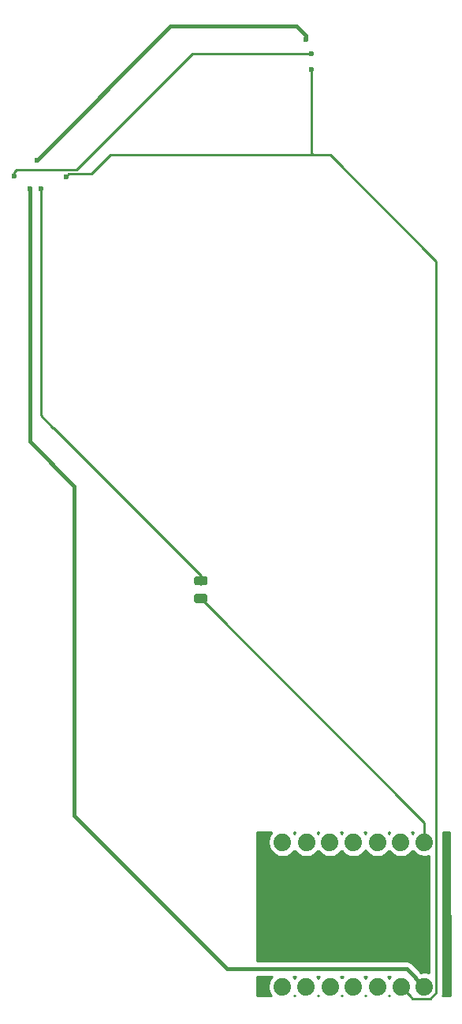
<source format=gbr>
G04 #@! TF.GenerationSoftware,KiCad,Pcbnew,(5.1.2)-1*
G04 #@! TF.CreationDate,2022-09-26T01:02:19+09:00*
G04 #@! TF.ProjectId,gopher_jump_xiao,676f7068-6572-45f6-9a75-6d705f786961,rev?*
G04 #@! TF.SameCoordinates,Original*
G04 #@! TF.FileFunction,Copper,L2,Bot*
G04 #@! TF.FilePolarity,Positive*
%FSLAX46Y46*%
G04 Gerber Fmt 4.6, Leading zero omitted, Abs format (unit mm)*
G04 Created by KiCad (PCBNEW (5.1.2)-1) date 2022-09-26 01:02:19*
%MOMM*%
%LPD*%
G04 APERTURE LIST*
%ADD10C,1.879600*%
%ADD11C,0.100000*%
%ADD12C,0.975000*%
%ADD13C,0.600000*%
%ADD14C,0.400000*%
%ADD15C,0.250000*%
%ADD16C,0.254000*%
G04 APERTURE END LIST*
D10*
X122183960Y-150713420D03*
X119653960Y-150713420D03*
X117113960Y-150713420D03*
X114563960Y-150703420D03*
X112033960Y-150703420D03*
X109483960Y-150713420D03*
X106943960Y-150713420D03*
X106943960Y-135213420D03*
X109493960Y-135213420D03*
X112023960Y-135213420D03*
X114553960Y-135213420D03*
X117113960Y-135213420D03*
X119643960Y-135213420D03*
X122183960Y-135203420D03*
D11*
G36*
X98640982Y-106706514D02*
G01*
X98664643Y-106710024D01*
X98687847Y-106715836D01*
X98710369Y-106723894D01*
X98731993Y-106734122D01*
X98752510Y-106746419D01*
X98771723Y-106760669D01*
X98789447Y-106776733D01*
X98805511Y-106794457D01*
X98819761Y-106813670D01*
X98832058Y-106834187D01*
X98842286Y-106855811D01*
X98850344Y-106878333D01*
X98856156Y-106901537D01*
X98859666Y-106925198D01*
X98860840Y-106949090D01*
X98860840Y-107436590D01*
X98859666Y-107460482D01*
X98856156Y-107484143D01*
X98850344Y-107507347D01*
X98842286Y-107529869D01*
X98832058Y-107551493D01*
X98819761Y-107572010D01*
X98805511Y-107591223D01*
X98789447Y-107608947D01*
X98771723Y-107625011D01*
X98752510Y-107639261D01*
X98731993Y-107651558D01*
X98710369Y-107661786D01*
X98687847Y-107669844D01*
X98664643Y-107675656D01*
X98640982Y-107679166D01*
X98617090Y-107680340D01*
X97704590Y-107680340D01*
X97680698Y-107679166D01*
X97657037Y-107675656D01*
X97633833Y-107669844D01*
X97611311Y-107661786D01*
X97589687Y-107651558D01*
X97569170Y-107639261D01*
X97549957Y-107625011D01*
X97532233Y-107608947D01*
X97516169Y-107591223D01*
X97501919Y-107572010D01*
X97489622Y-107551493D01*
X97479394Y-107529869D01*
X97471336Y-107507347D01*
X97465524Y-107484143D01*
X97462014Y-107460482D01*
X97460840Y-107436590D01*
X97460840Y-106949090D01*
X97462014Y-106925198D01*
X97465524Y-106901537D01*
X97471336Y-106878333D01*
X97479394Y-106855811D01*
X97489622Y-106834187D01*
X97501919Y-106813670D01*
X97516169Y-106794457D01*
X97532233Y-106776733D01*
X97549957Y-106760669D01*
X97569170Y-106746419D01*
X97589687Y-106734122D01*
X97611311Y-106723894D01*
X97633833Y-106715836D01*
X97657037Y-106710024D01*
X97680698Y-106706514D01*
X97704590Y-106705340D01*
X98617090Y-106705340D01*
X98640982Y-106706514D01*
X98640982Y-106706514D01*
G37*
D12*
X98160840Y-107192840D03*
D11*
G36*
X98640982Y-108581514D02*
G01*
X98664643Y-108585024D01*
X98687847Y-108590836D01*
X98710369Y-108598894D01*
X98731993Y-108609122D01*
X98752510Y-108621419D01*
X98771723Y-108635669D01*
X98789447Y-108651733D01*
X98805511Y-108669457D01*
X98819761Y-108688670D01*
X98832058Y-108709187D01*
X98842286Y-108730811D01*
X98850344Y-108753333D01*
X98856156Y-108776537D01*
X98859666Y-108800198D01*
X98860840Y-108824090D01*
X98860840Y-109311590D01*
X98859666Y-109335482D01*
X98856156Y-109359143D01*
X98850344Y-109382347D01*
X98842286Y-109404869D01*
X98832058Y-109426493D01*
X98819761Y-109447010D01*
X98805511Y-109466223D01*
X98789447Y-109483947D01*
X98771723Y-109500011D01*
X98752510Y-109514261D01*
X98731993Y-109526558D01*
X98710369Y-109536786D01*
X98687847Y-109544844D01*
X98664643Y-109550656D01*
X98640982Y-109554166D01*
X98617090Y-109555340D01*
X97704590Y-109555340D01*
X97680698Y-109554166D01*
X97657037Y-109550656D01*
X97633833Y-109544844D01*
X97611311Y-109536786D01*
X97589687Y-109526558D01*
X97569170Y-109514261D01*
X97549957Y-109500011D01*
X97532233Y-109483947D01*
X97516169Y-109466223D01*
X97501919Y-109447010D01*
X97489622Y-109426493D01*
X97479394Y-109404869D01*
X97471336Y-109382347D01*
X97465524Y-109359143D01*
X97462014Y-109335482D01*
X97460840Y-109311590D01*
X97460840Y-108824090D01*
X97462014Y-108800198D01*
X97465524Y-108776537D01*
X97471336Y-108753333D01*
X97479394Y-108730811D01*
X97489622Y-108709187D01*
X97501919Y-108688670D01*
X97516169Y-108669457D01*
X97532233Y-108651733D01*
X97549957Y-108635669D01*
X97569170Y-108621419D01*
X97589687Y-108609122D01*
X97611311Y-108598894D01*
X97633833Y-108590836D01*
X97657037Y-108585024D01*
X97680698Y-108581514D01*
X97704590Y-108580340D01*
X98617090Y-108580340D01*
X98640982Y-108581514D01*
X98640982Y-108581514D01*
G37*
D12*
X98160840Y-109067840D03*
D13*
X79776320Y-65153540D03*
X80543400Y-62077600D03*
X109466380Y-49110900D03*
X110009940Y-52318920D03*
X83700000Y-63870000D03*
X78080000Y-63750000D03*
X110020000Y-50650000D03*
X81010000Y-65180000D03*
D14*
X122183960Y-150713420D02*
X120243420Y-148772880D01*
X120243420Y-148772880D02*
X101000560Y-148772880D01*
X101000560Y-148772880D02*
X90914220Y-138686540D01*
X84589620Y-132361940D02*
X90914220Y-138686540D01*
X84589620Y-97073720D02*
X84589620Y-132361940D01*
X79776320Y-65153540D02*
X79776320Y-92260420D01*
X79776320Y-92260420D02*
X84589620Y-97073720D01*
X80543400Y-62077600D02*
X94904560Y-47716440D01*
X94904560Y-47716440D02*
X108430060Y-47716440D01*
X108430060Y-47716440D02*
X109466380Y-48752760D01*
X109466380Y-48752760D02*
X109466380Y-49110900D01*
D15*
X120593759Y-151653219D02*
X119653960Y-150713420D01*
X120918761Y-151978221D02*
X120593759Y-151653219D01*
X122791065Y-151978221D02*
X120918761Y-151978221D01*
X123448761Y-151320525D02*
X122791065Y-151978221D01*
X123448761Y-72902761D02*
X123448761Y-151320525D01*
X112069880Y-61523880D02*
X123448761Y-72902761D01*
X110009940Y-61320680D02*
X110213140Y-61523880D01*
X110009940Y-52318920D02*
X110009940Y-61320680D01*
X88455500Y-61523880D02*
X110213140Y-61523880D01*
X110213140Y-61523880D02*
X112069880Y-61523880D01*
X86409379Y-63570001D02*
X88455500Y-61523880D01*
X83999999Y-63570001D02*
X86409379Y-63570001D01*
X83700000Y-63870000D02*
X83999999Y-63570001D01*
X78080000Y-63325736D02*
X78335736Y-63070000D01*
X78080000Y-63750000D02*
X78080000Y-63325736D01*
X78335736Y-63070000D02*
X83960000Y-63070000D01*
X83960000Y-63070000D02*
X84810000Y-63070000D01*
X84810000Y-63070000D02*
X97230000Y-50650000D01*
X97230000Y-50650000D02*
X110020000Y-50650000D01*
X98160840Y-106605340D02*
X82326480Y-90770980D01*
X98160840Y-107192840D02*
X98160840Y-106605340D01*
X82326480Y-90770980D02*
X82310980Y-90770980D01*
X82310980Y-90770980D02*
X81010000Y-89470000D01*
X81010000Y-89470000D02*
X81010000Y-65180000D01*
X122183960Y-133090960D02*
X98160840Y-109067840D01*
X122183960Y-135203420D02*
X122183960Y-133090960D01*
D16*
G36*
X105720733Y-149709543D02*
G01*
X105548390Y-149967472D01*
X105429678Y-150254068D01*
X105369160Y-150558316D01*
X105369160Y-150868524D01*
X105429678Y-151172772D01*
X105548390Y-151459368D01*
X105711875Y-151704040D01*
X104203458Y-151704040D01*
X104202769Y-149607880D01*
X105822396Y-149607880D01*
X105720733Y-149709543D01*
X105720733Y-149709543D01*
G37*
X105720733Y-149709543D02*
X105548390Y-149967472D01*
X105429678Y-150254068D01*
X105369160Y-150558316D01*
X105369160Y-150868524D01*
X105429678Y-151172772D01*
X105548390Y-151459368D01*
X105711875Y-151704040D01*
X104203458Y-151704040D01*
X104202769Y-149607880D01*
X105822396Y-149607880D01*
X105720733Y-149709543D01*
G36*
X118421875Y-151704040D02*
G01*
X118346045Y-151704040D01*
X118383960Y-151647296D01*
X118421875Y-151704040D01*
X118421875Y-151704040D01*
G37*
X118421875Y-151704040D02*
X118346045Y-151704040D01*
X118383960Y-151647296D01*
X118421875Y-151704040D01*
G36*
X108251875Y-151704040D02*
G01*
X108176045Y-151704040D01*
X108213960Y-151647296D01*
X108251875Y-151704040D01*
X108251875Y-151704040D01*
G37*
X108251875Y-151704040D02*
X108176045Y-151704040D01*
X108213960Y-151647296D01*
X108251875Y-151704040D01*
G36*
X113338557Y-151704040D02*
G01*
X113259363Y-151704040D01*
X113298960Y-151644779D01*
X113338557Y-151704040D01*
X113338557Y-151704040D01*
G37*
X113338557Y-151704040D02*
X113259363Y-151704040D01*
X113298960Y-151644779D01*
X113338557Y-151704040D01*
G36*
X115881875Y-151704040D02*
G01*
X115789363Y-151704040D01*
X115835619Y-151634813D01*
X115881875Y-151704040D01*
X115881875Y-151704040D01*
G37*
X115881875Y-151704040D02*
X115789363Y-151704040D01*
X115835619Y-151634813D01*
X115881875Y-151704040D01*
G36*
X124934544Y-151704040D02*
G01*
X124105523Y-151704040D01*
X124154307Y-151612772D01*
X124197764Y-151469511D01*
X124208761Y-151357858D01*
X124212438Y-151320525D01*
X124208761Y-151283192D01*
X124208761Y-134173248D01*
X124874455Y-134173006D01*
X124934544Y-151704040D01*
X124934544Y-151704040D01*
G37*
X124934544Y-151704040D02*
X124105523Y-151704040D01*
X124154307Y-151612772D01*
X124197764Y-151469511D01*
X124208761Y-151357858D01*
X124212438Y-151320525D01*
X124208761Y-151283192D01*
X124208761Y-134173248D01*
X124874455Y-134173006D01*
X124934544Y-151704040D01*
G36*
X110808557Y-151704040D02*
G01*
X110716045Y-151704040D01*
X110762301Y-151634813D01*
X110808557Y-151704040D01*
X110808557Y-151704040D01*
G37*
X110808557Y-151704040D02*
X110716045Y-151704040D01*
X110762301Y-151634813D01*
X110808557Y-151704040D01*
G36*
X115890733Y-149709543D02*
G01*
X115842301Y-149782027D01*
X115787187Y-149699543D01*
X115695524Y-149607880D01*
X115992396Y-149607880D01*
X115890733Y-149709543D01*
X115890733Y-149709543D01*
G37*
X115890733Y-149709543D02*
X115842301Y-149782027D01*
X115787187Y-149699543D01*
X115695524Y-149607880D01*
X115992396Y-149607880D01*
X115890733Y-149709543D01*
G36*
X110810733Y-149699543D02*
G01*
X110755619Y-149782027D01*
X110707187Y-149709543D01*
X110605524Y-149607880D01*
X110902396Y-149607880D01*
X110810733Y-149699543D01*
X110810733Y-149699543D01*
G37*
X110810733Y-149699543D02*
X110755619Y-149782027D01*
X110707187Y-149709543D01*
X110605524Y-149607880D01*
X110902396Y-149607880D01*
X110810733Y-149699543D01*
G36*
X108260733Y-149709543D02*
G01*
X108213960Y-149779544D01*
X108167187Y-149709543D01*
X108065524Y-149607880D01*
X108362396Y-149607880D01*
X108260733Y-149709543D01*
X108260733Y-149709543D01*
G37*
X108260733Y-149709543D02*
X108213960Y-149779544D01*
X108167187Y-149709543D01*
X108065524Y-149607880D01*
X108362396Y-149607880D01*
X108260733Y-149709543D01*
G36*
X118430733Y-149709543D02*
G01*
X118383960Y-149779544D01*
X118337187Y-149709543D01*
X118235524Y-149607880D01*
X118532396Y-149607880D01*
X118430733Y-149709543D01*
X118430733Y-149709543D01*
G37*
X118430733Y-149709543D02*
X118383960Y-149779544D01*
X118337187Y-149709543D01*
X118235524Y-149607880D01*
X118532396Y-149607880D01*
X118430733Y-149709543D01*
G36*
X113340733Y-149699543D02*
G01*
X113298960Y-149762061D01*
X113257187Y-149699543D01*
X113165524Y-149607880D01*
X113432396Y-149607880D01*
X113340733Y-149699543D01*
X113340733Y-149699543D01*
G37*
X113340733Y-149699543D02*
X113298960Y-149762061D01*
X113257187Y-149699543D01*
X113165524Y-149607880D01*
X113432396Y-149607880D01*
X113340733Y-149699543D01*
G36*
X105720733Y-134209543D02*
G01*
X105548390Y-134467472D01*
X105429678Y-134754068D01*
X105369160Y-135058316D01*
X105369160Y-135368524D01*
X105429678Y-135672772D01*
X105548390Y-135959368D01*
X105720733Y-136217297D01*
X105940083Y-136436647D01*
X106198012Y-136608990D01*
X106484608Y-136727702D01*
X106788856Y-136788220D01*
X107099064Y-136788220D01*
X107403312Y-136727702D01*
X107689908Y-136608990D01*
X107947837Y-136436647D01*
X108167187Y-136217297D01*
X108218960Y-136139813D01*
X108270733Y-136217297D01*
X108490083Y-136436647D01*
X108748012Y-136608990D01*
X109034608Y-136727702D01*
X109338856Y-136788220D01*
X109649064Y-136788220D01*
X109953312Y-136727702D01*
X110239908Y-136608990D01*
X110497837Y-136436647D01*
X110717187Y-136217297D01*
X110758960Y-136154779D01*
X110800733Y-136217297D01*
X111020083Y-136436647D01*
X111278012Y-136608990D01*
X111564608Y-136727702D01*
X111868856Y-136788220D01*
X112179064Y-136788220D01*
X112483312Y-136727702D01*
X112769908Y-136608990D01*
X113027837Y-136436647D01*
X113247187Y-136217297D01*
X113288960Y-136154779D01*
X113330733Y-136217297D01*
X113550083Y-136436647D01*
X113808012Y-136608990D01*
X114094608Y-136727702D01*
X114398856Y-136788220D01*
X114709064Y-136788220D01*
X115013312Y-136727702D01*
X115299908Y-136608990D01*
X115557837Y-136436647D01*
X115777187Y-136217297D01*
X115833960Y-136132330D01*
X115890733Y-136217297D01*
X116110083Y-136436647D01*
X116368012Y-136608990D01*
X116654608Y-136727702D01*
X116958856Y-136788220D01*
X117269064Y-136788220D01*
X117573312Y-136727702D01*
X117859908Y-136608990D01*
X118117837Y-136436647D01*
X118337187Y-136217297D01*
X118378960Y-136154779D01*
X118420733Y-136217297D01*
X118640083Y-136436647D01*
X118898012Y-136608990D01*
X119184608Y-136727702D01*
X119488856Y-136788220D01*
X119799064Y-136788220D01*
X120103312Y-136727702D01*
X120389908Y-136608990D01*
X120647837Y-136436647D01*
X120867187Y-136217297D01*
X120917301Y-136142296D01*
X120960733Y-136207297D01*
X121180083Y-136426647D01*
X121438012Y-136598990D01*
X121724608Y-136717702D01*
X122028856Y-136778220D01*
X122339064Y-136778220D01*
X122643312Y-136717702D01*
X122688762Y-136698876D01*
X122688762Y-149217964D01*
X122643312Y-149199138D01*
X122339064Y-149138620D01*
X122028856Y-149138620D01*
X121829651Y-149178244D01*
X120862866Y-148211459D01*
X120836711Y-148179589D01*
X120709566Y-148075244D01*
X120564507Y-147997708D01*
X120407109Y-147949962D01*
X120284439Y-147937880D01*
X120284438Y-147937880D01*
X120243420Y-147933840D01*
X120202402Y-147937880D01*
X104202221Y-147937880D01*
X104198420Y-136370199D01*
X104200821Y-134180534D01*
X105750306Y-134179970D01*
X105720733Y-134209543D01*
X105720733Y-134209543D01*
G37*
X105720733Y-134209543D02*
X105548390Y-134467472D01*
X105429678Y-134754068D01*
X105369160Y-135058316D01*
X105369160Y-135368524D01*
X105429678Y-135672772D01*
X105548390Y-135959368D01*
X105720733Y-136217297D01*
X105940083Y-136436647D01*
X106198012Y-136608990D01*
X106484608Y-136727702D01*
X106788856Y-136788220D01*
X107099064Y-136788220D01*
X107403312Y-136727702D01*
X107689908Y-136608990D01*
X107947837Y-136436647D01*
X108167187Y-136217297D01*
X108218960Y-136139813D01*
X108270733Y-136217297D01*
X108490083Y-136436647D01*
X108748012Y-136608990D01*
X109034608Y-136727702D01*
X109338856Y-136788220D01*
X109649064Y-136788220D01*
X109953312Y-136727702D01*
X110239908Y-136608990D01*
X110497837Y-136436647D01*
X110717187Y-136217297D01*
X110758960Y-136154779D01*
X110800733Y-136217297D01*
X111020083Y-136436647D01*
X111278012Y-136608990D01*
X111564608Y-136727702D01*
X111868856Y-136788220D01*
X112179064Y-136788220D01*
X112483312Y-136727702D01*
X112769908Y-136608990D01*
X113027837Y-136436647D01*
X113247187Y-136217297D01*
X113288960Y-136154779D01*
X113330733Y-136217297D01*
X113550083Y-136436647D01*
X113808012Y-136608990D01*
X114094608Y-136727702D01*
X114398856Y-136788220D01*
X114709064Y-136788220D01*
X115013312Y-136727702D01*
X115299908Y-136608990D01*
X115557837Y-136436647D01*
X115777187Y-136217297D01*
X115833960Y-136132330D01*
X115890733Y-136217297D01*
X116110083Y-136436647D01*
X116368012Y-136608990D01*
X116654608Y-136727702D01*
X116958856Y-136788220D01*
X117269064Y-136788220D01*
X117573312Y-136727702D01*
X117859908Y-136608990D01*
X118117837Y-136436647D01*
X118337187Y-136217297D01*
X118378960Y-136154779D01*
X118420733Y-136217297D01*
X118640083Y-136436647D01*
X118898012Y-136608990D01*
X119184608Y-136727702D01*
X119488856Y-136788220D01*
X119799064Y-136788220D01*
X120103312Y-136727702D01*
X120389908Y-136608990D01*
X120647837Y-136436647D01*
X120867187Y-136217297D01*
X120917301Y-136142296D01*
X120960733Y-136207297D01*
X121180083Y-136426647D01*
X121438012Y-136598990D01*
X121724608Y-136717702D01*
X122028856Y-136778220D01*
X122339064Y-136778220D01*
X122643312Y-136717702D01*
X122688762Y-136698876D01*
X122688762Y-149217964D01*
X122643312Y-149199138D01*
X122339064Y-149138620D01*
X122028856Y-149138620D01*
X121829651Y-149178244D01*
X120862866Y-148211459D01*
X120836711Y-148179589D01*
X120709566Y-148075244D01*
X120564507Y-147997708D01*
X120407109Y-147949962D01*
X120284439Y-147937880D01*
X120284438Y-147937880D01*
X120243420Y-147933840D01*
X120202402Y-147937880D01*
X104202221Y-147937880D01*
X104198420Y-136370199D01*
X104200821Y-134180534D01*
X105750306Y-134179970D01*
X105720733Y-134209543D01*
G36*
X115890733Y-134209543D02*
G01*
X115833960Y-134294510D01*
X115777187Y-134209543D01*
X115743975Y-134176331D01*
X115924011Y-134176265D01*
X115890733Y-134209543D01*
X115890733Y-134209543D01*
G37*
X115890733Y-134209543D02*
X115833960Y-134294510D01*
X115777187Y-134209543D01*
X115743975Y-134176331D01*
X115924011Y-134176265D01*
X115890733Y-134209543D01*
G36*
X108270733Y-134209543D02*
G01*
X108218960Y-134287027D01*
X108167187Y-134209543D01*
X108136745Y-134179101D01*
X108301235Y-134179041D01*
X108270733Y-134209543D01*
X108270733Y-134209543D01*
G37*
X108270733Y-134209543D02*
X108218960Y-134287027D01*
X108167187Y-134209543D01*
X108136745Y-134179101D01*
X108301235Y-134179041D01*
X108270733Y-134209543D01*
G36*
X120960733Y-134199543D02*
G01*
X120910619Y-134274544D01*
X120867187Y-134209543D01*
X120832122Y-134174478D01*
X120985854Y-134174422D01*
X120960733Y-134199543D01*
X120960733Y-134199543D01*
G37*
X120960733Y-134199543D02*
X120910619Y-134274544D01*
X120867187Y-134209543D01*
X120832122Y-134174478D01*
X120985854Y-134174422D01*
X120960733Y-134199543D01*
G36*
X110800733Y-134209543D02*
G01*
X110758960Y-134272061D01*
X110717187Y-134209543D01*
X110685817Y-134178173D01*
X110832157Y-134178119D01*
X110800733Y-134209543D01*
X110800733Y-134209543D01*
G37*
X110800733Y-134209543D02*
X110758960Y-134272061D01*
X110717187Y-134209543D01*
X110685817Y-134178173D01*
X110832157Y-134178119D01*
X110800733Y-134209543D01*
G36*
X113330733Y-134209543D02*
G01*
X113288960Y-134272061D01*
X113247187Y-134209543D01*
X113214896Y-134177252D01*
X113363078Y-134177198D01*
X113330733Y-134209543D01*
X113330733Y-134209543D01*
G37*
X113330733Y-134209543D02*
X113288960Y-134272061D01*
X113247187Y-134209543D01*
X113214896Y-134177252D01*
X113363078Y-134177198D01*
X113330733Y-134209543D01*
G36*
X118420733Y-134209543D02*
G01*
X118378960Y-134272061D01*
X118337187Y-134209543D01*
X118303043Y-134175399D01*
X118454932Y-134175344D01*
X118420733Y-134209543D01*
X118420733Y-134209543D01*
G37*
X118420733Y-134209543D02*
X118378960Y-134272061D01*
X118337187Y-134209543D01*
X118303043Y-134175399D01*
X118454932Y-134175344D01*
X118420733Y-134209543D01*
M02*

</source>
